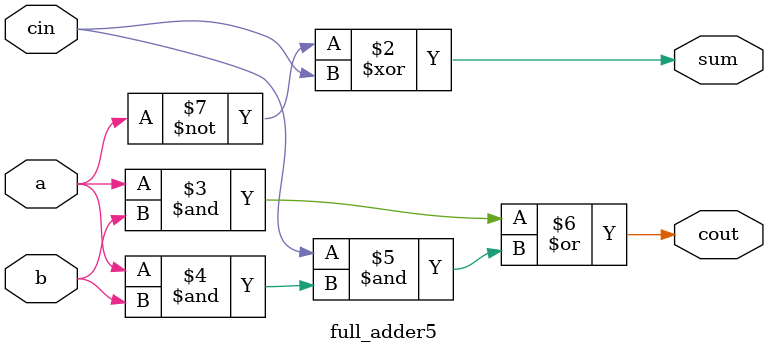
<source format=v>
module full_adder5(a,b,cin,sum,cout);
input a,b,cin;
output sum,cout;
assign sum = a^1'b1^cin;
assign cout = a&b|cin&(a&b); 
// initial begin
//     $display("The incorrect adder with xor0 having in2/1");
// end   
endmodule
</source>
